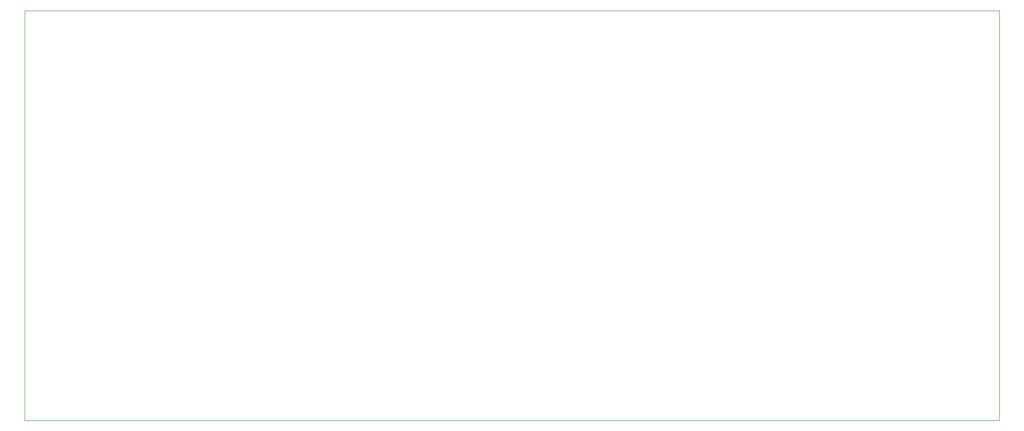
<source format=gbr>
%TF.GenerationSoftware,KiCad,Pcbnew,7.0.5*%
%TF.CreationDate,2024-01-10T23:37:06+05:30*%
%TF.ProjectId,Shutdown Circuit,53687574-646f-4776-9e20-436972637569,rev?*%
%TF.SameCoordinates,Original*%
%TF.FileFunction,Profile,NP*%
%FSLAX46Y46*%
G04 Gerber Fmt 4.6, Leading zero omitted, Abs format (unit mm)*
G04 Created by KiCad (PCBNEW 7.0.5) date 2024-01-10 23:37:06*
%MOMM*%
%LPD*%
G01*
G04 APERTURE LIST*
%TA.AperFunction,Profile*%
%ADD10C,0.100000*%
%TD*%
G04 APERTURE END LIST*
D10*
X33502600Y-22910800D02*
X204165200Y-22910800D01*
X204165200Y-94843600D01*
X33502600Y-94843600D01*
X33502600Y-22910800D01*
M02*

</source>
